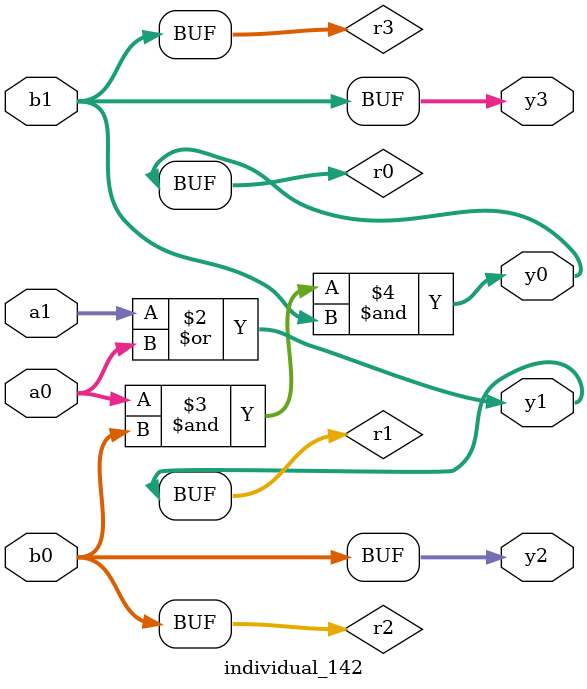
<source format=sv>
module individual_142(input logic [15:0] a1, input logic [15:0] a0, input logic [15:0] b1, input logic [15:0] b0, output logic [15:0] y3, output logic [15:0] y2, output logic [15:0] y1, output logic [15:0] y0);
logic [15:0] r0, r1, r2, r3; 
 always@(*) begin 
	 r0 = a0; r1 = a1; r2 = b0; r3 = b1; 
 	 r1  |=  a0 ;
 	 r0  &=  b0 ;
 	 r0  &=  r3 ;
 	 y3 = r3; y2 = r2; y1 = r1; y0 = r0; 
end
endmodule
</source>
